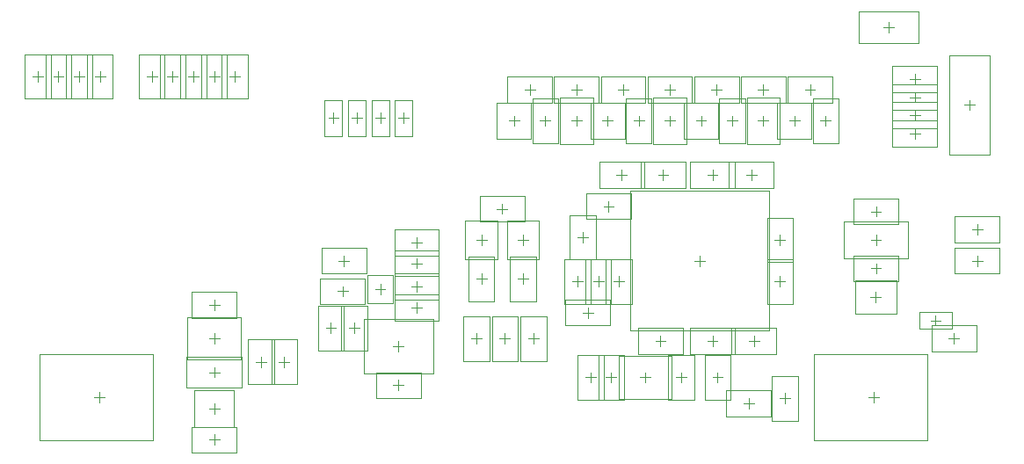
<source format=gbr>
%TF.GenerationSoftware,Altium Limited,Altium Designer,21.0.8 (223)*%
G04 Layer_Color=32768*
%FSLAX45Y45*%
%MOMM*%
%TF.SameCoordinates,7FD7D5E1-462F-4728-A759-DAD797B293AC*%
%TF.FilePolarity,Positive*%
%TF.FileFunction,Other,Mechanical_15*%
%TF.Part,Single*%
G01*
G75*
%TA.AperFunction,NonConductor*%
%ADD118C,0.10000*%
%ADD120C,0.05000*%
D118*
X2525000Y3650000D02*
X2625000D01*
X2575000Y3600000D02*
Y3700000D01*
X2325000Y3650000D02*
X2425000D01*
X2375000Y3600000D02*
Y3700000D01*
X2125000Y3650000D02*
X2225000D01*
X2175000Y3600000D02*
Y3700000D01*
X1925000Y3650000D02*
X2025000D01*
X1975000Y3600000D02*
Y3700000D01*
X1725000Y3650000D02*
X1825000D01*
X1775000Y3600000D02*
Y3700000D01*
X1225000Y3650000D02*
X1325000D01*
X1275000Y3600000D02*
Y3700000D01*
X1025000Y3650000D02*
X1125000D01*
X1075000Y3600000D02*
Y3700000D01*
X825000Y3650000D02*
X925000D01*
X875000Y3600000D02*
Y3700000D01*
X625000Y3650000D02*
X725000D01*
X675000Y3600000D02*
Y3700000D01*
X7915000Y3222500D02*
X8015000D01*
X7965000Y3172500D02*
Y3272500D01*
X7615000Y3222500D02*
X7715000D01*
X7665000Y3172500D02*
Y3272500D01*
X7015000Y3222500D02*
X7115001D01*
X7065000Y3172500D02*
Y3272500D01*
X6715000Y3222500D02*
X6815000D01*
X6765000Y3172500D02*
Y3272500D01*
X6115000Y3222500D02*
X6215001D01*
X6165000Y3172500D02*
Y3272500D01*
X5815000Y3222500D02*
X5915000D01*
X5865000Y3172500D02*
Y3272500D01*
X8065001Y3522500D02*
X8165001D01*
X8115001Y3472500D02*
Y3572500D01*
X7615001Y3522500D02*
X7715001D01*
X7665000Y3472500D02*
Y3572500D01*
X7165001Y3522500D02*
X7265001D01*
X7215001Y3472500D02*
Y3572500D01*
X6715001Y3522500D02*
X6815001D01*
X6765000Y3472500D02*
Y3572500D01*
X6265001Y3522500D02*
X6365001D01*
X6315001Y3472500D02*
Y3572500D01*
X5815001Y3522500D02*
X5915001D01*
X5865000Y3472500D02*
Y3572500D01*
X5365000Y3522500D02*
X5465000D01*
X5415000Y3472500D02*
Y3572500D01*
X5515000Y3222500D02*
X5615000D01*
X5565000Y3172500D02*
Y3272500D01*
X6415000Y3222500D02*
X6515000D01*
X6465000Y3172500D02*
Y3272500D01*
X7315000Y3222500D02*
X7415000D01*
X7365000Y3172500D02*
Y3272500D01*
X8215000Y3222500D02*
X8315000D01*
X8265000Y3172500D02*
Y3272500D01*
X7825000Y1625000D02*
Y1725000D01*
X7775000Y1675000D02*
X7875000D01*
X7825000Y2025000D02*
Y2125000D01*
X7775000Y2075000D02*
X7875000D01*
X7500000Y2700000D02*
X7600000D01*
X7550000Y2650000D02*
Y2750000D01*
X7125000Y2700000D02*
X7225000D01*
X7175000Y2650000D02*
Y2750000D01*
X6650000Y2700000D02*
X6750000D01*
X6700000Y2650000D02*
Y2750000D01*
X6250000Y2700000D02*
X6350000D01*
X6300000Y2650000D02*
Y2750000D01*
X6125000Y2400000D02*
X6225000D01*
X6175000Y2350000D02*
Y2450000D01*
X5925000Y2050000D02*
Y2150000D01*
X5875000Y2100000D02*
X5975000D01*
X6025000Y1675000D02*
X6125000D01*
X6075000Y1625000D02*
Y1725000D01*
X5875000Y1625000D02*
Y1725000D01*
X5825000Y1675000D02*
X5925000D01*
X6225000D02*
X6325000D01*
X6275000Y1625000D02*
Y1725000D01*
X5925000Y1375000D02*
X6025000D01*
X5975000Y1325000D02*
Y1425000D01*
X9125000Y3050000D02*
Y3150000D01*
X9075000Y3100000D02*
X9175000D01*
X9125000Y3225000D02*
Y3325000D01*
X9075000Y3275000D02*
X9175000D01*
X9125000Y3400000D02*
Y3500000D01*
X9075000Y3450000D02*
X9175000D01*
X9125000Y3575000D02*
Y3675000D01*
X9075000Y3625000D02*
X9175000D01*
X9725000Y1825000D02*
Y1925000D01*
X9675000Y1875000D02*
X9775000D01*
X9725000Y2125000D02*
Y2225000D01*
X9675000Y2175000D02*
X9775000D01*
X8700000Y2350000D02*
X8800000D01*
X8750000Y2300000D02*
Y2400000D01*
Y1750000D02*
Y1850000D01*
X8700000Y1800000D02*
X8800000D01*
X9325000Y1250000D02*
Y1350000D01*
X9275000Y1300000D02*
X9375000D01*
X9500000Y1075000D02*
Y1175000D01*
X9450000Y1125000D02*
X9550000D01*
X7825000Y550000D02*
X7925000D01*
X7875000Y500000D02*
Y600000D01*
X7475000Y500000D02*
X7575000D01*
X7525000Y450000D02*
Y550000D01*
Y1100000D02*
X7625000D01*
X7575000Y1050000D02*
Y1150000D01*
X7125000Y1100000D02*
X7225000D01*
X7175000Y1050000D02*
Y1150000D01*
X7225000Y700000D02*
Y800000D01*
X7175000Y750000D02*
X7275000D01*
X6875000Y700000D02*
Y800000D01*
X6825000Y750000D02*
X6925000D01*
X6625000Y1100000D02*
X6725000D01*
X6675000Y1050000D02*
Y1150000D01*
X6525000Y700000D02*
Y800000D01*
X6475000Y750000D02*
X6575000D01*
X6200000Y700000D02*
Y800000D01*
X6150000Y750000D02*
X6250000D01*
X6000000Y700000D02*
Y800000D01*
X5950000Y750000D02*
X6050000D01*
X5150000Y2325000D02*
Y2425000D01*
X5100000Y2375000D02*
X5200000D01*
X5350000Y2025000D02*
Y2125000D01*
X5300000Y2075000D02*
X5400000D01*
X4950000Y2025000D02*
Y2125000D01*
X4900000Y2075000D02*
X5000000D01*
X5350000Y1650000D02*
Y1750000D01*
X5300000Y1700000D02*
X5400000D01*
X4950000Y1650000D02*
Y1750000D01*
X4900000Y1700000D02*
X5000000D01*
X5400000Y1125000D02*
X5500000D01*
X5450000Y1075000D02*
Y1175000D01*
X5125000Y1125000D02*
X5225000D01*
X5175000Y1075000D02*
Y1175000D01*
X4850000Y1125000D02*
X4950000D01*
X4900000Y1075000D02*
Y1175000D01*
X4325000Y2000000D02*
Y2100000D01*
X4275000Y2050000D02*
X4375000D01*
X4325000Y1800000D02*
Y1900000D01*
X4275000Y1850000D02*
X4375000D01*
X4325000Y1575000D02*
Y1675000D01*
X4275000Y1625000D02*
X4375000D01*
X4325000Y1375000D02*
Y1475000D01*
X4275000Y1425000D02*
X4375000D01*
X3925000Y1600000D02*
X4025000D01*
X3975000Y1550000D02*
Y1650000D01*
X4100000Y675000D02*
X4200000D01*
X4150000Y625000D02*
Y725000D01*
X3625000Y1825000D02*
Y1925000D01*
X3575000Y1875000D02*
X3675000D01*
X3612500Y1530000D02*
Y1630000D01*
X3562500Y1580000D02*
X3662500D01*
X3675000Y1225000D02*
X3775000D01*
X3725000Y1175000D02*
Y1275000D01*
X3450000Y1225000D02*
X3550000D01*
X3500000Y1175000D02*
Y1275000D01*
X3050000Y850000D02*
Y950000D01*
X3000000Y900000D02*
X3100000D01*
X2825000Y850000D02*
Y950000D01*
X2775000Y900000D02*
X2875000D01*
X2375000Y100000D02*
Y200000D01*
X2325000Y150000D02*
X2425000D01*
X2325000Y450000D02*
X2425000D01*
X2375000Y400000D02*
Y500000D01*
Y750000D02*
Y850000D01*
X2325000Y800000D02*
X2425000D01*
X2325000Y1125000D02*
X2425000D01*
X2375000Y1075000D02*
Y1175000D01*
Y1400000D02*
Y1500000D01*
X2325000Y1450000D02*
X2425000D01*
X4150000Y3250000D02*
X4250000D01*
X4200000Y3200000D02*
Y3300000D01*
X4285000Y3077500D02*
Y3422500D01*
X4115000Y3077500D02*
Y3422500D01*
X4285000D01*
X4115000Y3077500D02*
X4285000D01*
X3925000Y3250000D02*
X4025000D01*
X3975000Y3200000D02*
Y3300000D01*
X4060000Y3077500D02*
Y3422500D01*
X3890000Y3077500D02*
Y3422500D01*
X4060000D01*
X3890000Y3077500D02*
X4060000D01*
X3699976Y3249999D02*
X3799976D01*
X3749976Y3199999D02*
Y3299999D01*
X3834976Y3077499D02*
Y3422499D01*
X3664976Y3077499D02*
Y3422499D01*
X3834976D01*
X3664976Y3077499D02*
X3834976D01*
X3475000Y3250000D02*
X3575000D01*
X3525000Y3200000D02*
Y3300000D01*
X3610000Y3077500D02*
Y3422500D01*
X3440000Y3077500D02*
Y3422500D01*
X3610000D01*
X3440000Y3077500D02*
X3610000D01*
X8730000Y508800D02*
Y608800D01*
X8680000Y558800D02*
X8780000D01*
X1270000Y508800D02*
Y608800D01*
X1220000Y558800D02*
X1320000D01*
X8700000Y2075000D02*
X8800000D01*
X8750000Y2025000D02*
Y2125000D01*
X4150000Y1000000D02*
Y1100000D01*
X4100000Y1050000D02*
X4200000D01*
X5265000Y3172500D02*
Y3272500D01*
X5215000Y3222500D02*
X5315001D01*
X7000000Y1875000D02*
X7100000D01*
X7050000Y1825000D02*
Y1925000D01*
D120*
X2700000Y3435000D02*
Y3865000D01*
X2450000Y3435000D02*
Y3865000D01*
Y3435000D02*
X2700000D01*
X2450000Y3865000D02*
X2700000D01*
X2500000Y3435000D02*
Y3865000D01*
X2250000Y3435000D02*
Y3865000D01*
Y3435000D02*
X2500000D01*
X2250000Y3865000D02*
X2500000D01*
X2050000Y3435000D02*
Y3865000D01*
X2300000Y3435000D02*
Y3865000D01*
X2050000D02*
X2300000D01*
X2050000Y3435000D02*
X2300000D01*
X1850000D02*
Y3865000D01*
X2100000Y3435000D02*
Y3865000D01*
X1850000D02*
X2100000D01*
X1850000Y3435000D02*
X2100000D01*
X1650000D02*
Y3865000D01*
X1900000Y3435000D02*
Y3865000D01*
X1650000D02*
X1900000D01*
X1650000Y3435000D02*
X1900000D01*
X1400000D02*
Y3865000D01*
X1150000Y3435000D02*
Y3865000D01*
Y3435000D02*
X1400000D01*
X1150000Y3865000D02*
X1400000D01*
X950000Y3435000D02*
Y3865000D01*
X1200000Y3435000D02*
Y3865000D01*
X950000D02*
X1200000D01*
X950000Y3435000D02*
X1200000D01*
X750000D02*
Y3865000D01*
X1000000Y3435000D02*
Y3865000D01*
X750000D02*
X1000000D01*
X750000Y3435000D02*
X1000000D01*
X800000Y3435000D02*
Y3865000D01*
X550000Y3435000D02*
Y3865000D01*
Y3435000D02*
X800000D01*
X550000Y3865000D02*
X800000D01*
X8825000Y4125000D02*
X8925000D01*
X8875000Y4075000D02*
Y4175000D01*
X8586000Y3970500D02*
Y4279500D01*
Y3970500D02*
X9164000D01*
Y4279500D01*
X8586000D02*
X9164000D01*
X7800000Y3047500D02*
Y3397500D01*
X8130001Y3047500D02*
Y3397500D01*
X7800000Y3047500D02*
X8130001D01*
X7800000Y3397500D02*
X8130001D01*
X7825000Y2997500D02*
Y3447500D01*
X7505000Y2997500D02*
Y3447500D01*
X7825000D01*
X7505000Y2997500D02*
X7825000D01*
X6900000Y3047500D02*
Y3397500D01*
X7230001Y3047500D02*
Y3397500D01*
X6900000Y3047500D02*
X7230001D01*
X6900000Y3397500D02*
X7230001D01*
X6925000Y2997500D02*
Y3447500D01*
X6605000Y2997500D02*
Y3447500D01*
X6925000D01*
X6605000Y2997500D02*
X6925000D01*
X6000000Y3047500D02*
Y3397500D01*
X6330001Y3047500D02*
Y3397500D01*
X6000000Y3047500D02*
X6330001D01*
X6000000Y3397500D02*
X6330001D01*
X5705000Y2997500D02*
Y3447500D01*
X6025000Y2997500D02*
Y3447500D01*
X5705000Y2997500D02*
X6025000D01*
X5705000Y3447500D02*
X6025000D01*
X8330001Y3397500D02*
Y3647500D01*
X7900000Y3397500D02*
Y3647500D01*
Y3397500D02*
X8330001D01*
X7900000Y3647500D02*
X8330001D01*
X7450001Y3397500D02*
Y3647500D01*
X7880000Y3397500D02*
Y3647500D01*
X7450001D02*
X7880000D01*
X7450001Y3397500D02*
X7880000D01*
X7430001D02*
Y3647500D01*
X7000000Y3397500D02*
Y3647500D01*
Y3397500D02*
X7430001D01*
X7000000Y3647500D02*
X7430001D01*
X6550001Y3397500D02*
Y3647500D01*
X6980001Y3397500D02*
Y3647500D01*
X6550001D02*
X6980001D01*
X6550001Y3397500D02*
X6980001D01*
X6530001D02*
Y3647500D01*
X6100000Y3397500D02*
Y3647500D01*
Y3397500D02*
X6530001D01*
X6100000Y3647500D02*
X6530001D01*
X5650001Y3397500D02*
Y3647500D01*
X6080001Y3397500D02*
Y3647500D01*
X5650001D02*
X6080001D01*
X5650001Y3397500D02*
X6080001D01*
X5630000D02*
Y3647500D01*
X5200000Y3397500D02*
Y3647500D01*
Y3397500D02*
X5630000D01*
X5200000Y3647500D02*
X5630000D01*
X5440000Y3007500D02*
Y3437500D01*
X5690000Y3007500D02*
Y3437500D01*
X5440000Y3007500D02*
X5690000D01*
X5440000Y3437500D02*
X5690000D01*
X6340000Y3007500D02*
Y3437500D01*
X6590000Y3007500D02*
Y3437500D01*
X6340000Y3007500D02*
X6590000D01*
X6340000Y3437500D02*
X6590000D01*
X7240000Y3007500D02*
Y3437500D01*
X7490000Y3007500D02*
Y3437500D01*
X7240000Y3007500D02*
X7490000D01*
X7240000Y3437500D02*
X7490000D01*
X8140000Y3007500D02*
Y3437500D01*
X8390000Y3007500D02*
Y3437500D01*
X8140000Y3007500D02*
X8390000D01*
X8140000Y3437500D02*
X8390000D01*
X7700000Y1890000D02*
X7950000D01*
X7700000Y1460000D02*
X7950000D01*
Y1890000D01*
X7700000Y1460000D02*
Y1890000D01*
Y1860000D02*
X7950000D01*
X7700000Y2290000D02*
X7950000D01*
X7700000Y1860000D02*
Y2290000D01*
X7950000Y1860000D02*
Y2290000D01*
X7335000Y2575000D02*
Y2825000D01*
X7765000Y2575000D02*
Y2825000D01*
X7335000D02*
X7765000D01*
X7335000Y2575000D02*
X7765000D01*
X7390000D02*
Y2825000D01*
X6960000Y2575000D02*
Y2825000D01*
Y2575000D02*
X7390000D01*
X6960000Y2825000D02*
X7390000D01*
X6915000Y2575000D02*
Y2825000D01*
X6485000Y2575000D02*
Y2825000D01*
Y2575000D02*
X6915000D01*
X6485000Y2825000D02*
X6915000D01*
X6085000Y2575000D02*
Y2825000D01*
X6515000Y2575000D02*
Y2825000D01*
X6085000D02*
X6515000D01*
X6085000Y2575000D02*
X6515000D01*
X6390000Y2275000D02*
Y2525000D01*
X5960000Y2275000D02*
Y2525000D01*
Y2275000D02*
X6390000D01*
X5960000Y2525000D02*
X6390000D01*
X5800000Y2315000D02*
X6050000D01*
X5800000Y1885000D02*
X6050000D01*
Y2315000D01*
X5800000Y1885000D02*
Y2315000D01*
X5950000Y1460000D02*
Y1890000D01*
X6200000Y1460000D02*
Y1890000D01*
X5950000Y1460000D02*
X6200000D01*
X5950000Y1890000D02*
X6200000D01*
X5750000Y1890000D02*
X6000000D01*
X5750000Y1460000D02*
X6000000D01*
Y1890000D01*
X5750000Y1460000D02*
Y1890000D01*
X6150000Y1460000D02*
Y1890000D01*
X6400000Y1460000D02*
Y1890000D01*
X6150000Y1460000D02*
X6400000D01*
X6150000Y1890000D02*
X6400000D01*
X5760000Y1250000D02*
Y1500000D01*
X6190000Y1250000D02*
Y1500000D01*
X5760000D02*
X6190000D01*
X5760000Y1250000D02*
X6190000D01*
X8910000Y3225000D02*
X9340000D01*
X8910000Y2975000D02*
X9340000D01*
X8910000D02*
Y3225000D01*
X9340000Y2975000D02*
Y3225000D01*
X8910000Y3400000D02*
X9340000D01*
X8910000Y3150000D02*
X9340000D01*
X8910000D02*
Y3400000D01*
X9340000Y3150000D02*
Y3400000D01*
X8910000Y3575000D02*
X9340000D01*
X8910000Y3325000D02*
X9340000D01*
X8910000D02*
Y3575000D01*
X9340000Y3325000D02*
Y3575000D01*
X8910000Y3750000D02*
X9340000D01*
X8910000Y3500000D02*
X9340000D01*
X8910000D02*
Y3750000D01*
X9340000Y3500000D02*
Y3750000D01*
X9600000Y3375000D02*
X9700000D01*
X9650000Y3325000D02*
Y3425000D01*
X9452500Y2895500D02*
Y3854500D01*
Y2895500D02*
X9847500D01*
Y3854500D01*
X9452500D02*
X9847500D01*
X9510000Y2000000D02*
X9940000D01*
X9510000Y1750000D02*
X9940000D01*
Y2000000D01*
X9510000Y1750000D02*
Y2000000D01*
Y2300000D02*
X9940000D01*
X9510000Y2050000D02*
X9940000D01*
Y2300000D01*
X9510000Y2050000D02*
Y2300000D01*
X8535000Y2225000D02*
Y2475000D01*
X8965000Y2225000D02*
Y2475000D01*
X8535000D02*
X8965000D01*
X8535000Y2225000D02*
X8965000D01*
X8550260Y1688540D02*
X8945260D01*
X8550260Y1364540D02*
Y1688540D01*
Y1364540D02*
X8945260D01*
Y1688540D01*
X8747760Y1476540D02*
Y1576540D01*
X8697760Y1526540D02*
X8797760D01*
X8535000Y1675000D02*
X8965000D01*
X8535000Y1925000D02*
X8965000D01*
Y1675000D02*
Y1925000D01*
X8535000Y1675000D02*
Y1925000D01*
X9478000Y1222500D02*
Y1377500D01*
X9172000Y1222500D02*
X9478000D01*
X9172000D02*
Y1377500D01*
X9478000D01*
X9285000Y1250000D02*
X9715000D01*
X9285000Y1000000D02*
X9715000D01*
X9285000D02*
Y1250000D01*
X9715000Y1000000D02*
Y1250000D01*
X7750000Y335000D02*
Y765000D01*
X8000000Y335000D02*
Y765000D01*
X7750000Y335000D02*
X8000000D01*
X7750000Y765000D02*
X8000000D01*
X7740000Y375000D02*
Y625000D01*
X7310000Y375000D02*
Y625000D01*
Y375000D02*
X7740000D01*
X7310000Y625000D02*
X7740000D01*
X7790000Y975000D02*
Y1225000D01*
X7360000Y975000D02*
Y1225000D01*
Y975000D02*
X7790000D01*
X7360000Y1225000D02*
X7790000D01*
X7390000Y975000D02*
Y1225000D01*
X6960000Y975000D02*
Y1225000D01*
Y975000D02*
X7390000D01*
X6960000Y1225000D02*
X7390000D01*
X7100000Y535000D02*
X7350000D01*
X7100000Y965000D02*
X7350000D01*
X7100000Y535000D02*
Y965000D01*
X7350000Y535000D02*
Y965000D01*
X6750000Y965000D02*
X7000000D01*
X6750000Y535000D02*
X7000000D01*
Y965000D01*
X6750000Y535000D02*
Y965000D01*
X6460000Y975000D02*
Y1225000D01*
X6890000Y975000D02*
Y1225000D01*
X6460000D02*
X6890000D01*
X6460000Y975000D02*
X6890000D01*
X6270000Y545000D02*
X6780000D01*
X6270000Y955000D02*
X6780000D01*
Y545000D02*
Y955000D01*
X6270000Y545000D02*
Y955000D01*
X6075000Y965000D02*
X6325000D01*
X6075000Y535000D02*
X6325000D01*
Y965000D01*
X6075000Y535000D02*
Y965000D01*
X5875000Y535000D02*
X6125000D01*
X5875000Y965000D02*
X6125000D01*
X5875000Y535000D02*
Y965000D01*
X6125000Y535000D02*
Y965000D01*
X4935000Y2500000D02*
X5365000D01*
X4935000Y2250000D02*
X5365000D01*
X4935000D02*
Y2500000D01*
X5365000Y2250000D02*
Y2500000D01*
X5506000Y1885000D02*
Y2265000D01*
X5194000Y1885000D02*
Y2265000D01*
Y1885000D02*
X5506000D01*
X5194000Y2265000D02*
X5506000D01*
X5106000Y1885000D02*
Y2265000D01*
X4794000Y1885000D02*
Y2265000D01*
Y1885000D02*
X5106000D01*
X4794000Y2265000D02*
X5106000D01*
X5225000Y1915000D02*
X5475000D01*
X5225000Y1485000D02*
X5475000D01*
Y1915000D01*
X5225000Y1485000D02*
Y1915000D01*
X4825000D02*
X5075000D01*
X4825000Y1485000D02*
X5075000D01*
Y1915000D01*
X4825000Y1485000D02*
Y1915000D01*
X5575000Y910000D02*
Y1340000D01*
X5325000Y910000D02*
Y1340000D01*
X5575000D01*
X5325000Y910000D02*
X5575000D01*
X5300000D02*
Y1340000D01*
X5050000Y910000D02*
Y1340000D01*
X5300000D01*
X5050000Y910000D02*
X5300000D01*
X5025000D02*
Y1340000D01*
X4775000Y910000D02*
Y1340000D01*
X5025000D01*
X4775000Y910000D02*
X5025000D01*
X4110000Y1925000D02*
X4540000D01*
X4110000Y2175000D02*
X4540000D01*
Y1925000D02*
Y2175000D01*
X4110000Y1925000D02*
Y2175000D01*
X4110000Y1725000D02*
X4540000D01*
X4110000Y1975000D02*
X4540000D01*
Y1725000D02*
Y1975000D01*
X4110000Y1725000D02*
Y1975000D01*
X4110000Y1750000D02*
X4540000D01*
X4110000Y1500000D02*
X4540000D01*
X4110000D02*
Y1750000D01*
X4540000Y1500000D02*
Y1750000D01*
X4110000Y1550000D02*
X4540000D01*
X4110000Y1300000D02*
X4540000D01*
X4110000D02*
Y1550000D01*
X4540000Y1300000D02*
Y1550000D01*
X3855000Y1462500D02*
Y1737500D01*
X4095000Y1462500D02*
Y1737500D01*
X3855000Y1462500D02*
X4095000D01*
X3855000Y1737500D02*
X4095000D01*
X4365000Y550000D02*
Y800000D01*
X3935000Y550000D02*
Y800000D01*
Y550000D02*
X4365000D01*
X3935000Y800000D02*
X4365000D01*
X3410000Y2000000D02*
X3840000D01*
X3410000Y1750000D02*
X3840000D01*
X3410000D02*
Y2000000D01*
X3840000Y1750000D02*
Y2000000D01*
X3397500Y1705000D02*
X3827500D01*
X3397500Y1455000D02*
X3827500D01*
X3397500D02*
Y1705000D01*
X3827500Y1455000D02*
Y1705000D01*
X3850000Y1010000D02*
Y1440000D01*
X3600000Y1010000D02*
Y1440000D01*
X3850000D01*
X3600000Y1010000D02*
X3850000D01*
X3625000D02*
Y1440000D01*
X3375000Y1010000D02*
Y1440000D01*
X3625000D01*
X3375000Y1010000D02*
X3625000D01*
X2925000Y1115000D02*
X3175000D01*
X2925000Y685000D02*
X3175000D01*
Y1115000D01*
X2925000Y685000D02*
Y1115000D01*
X2700000D02*
X2950000D01*
X2700000Y685000D02*
X2950000D01*
Y1115000D01*
X2700000Y685000D02*
Y1115000D01*
X2160000Y25000D02*
X2590000D01*
X2160000Y275000D02*
X2590000D01*
Y25000D02*
Y275000D01*
X2160000Y25000D02*
Y275000D01*
X2567500D02*
Y625000D01*
X2182500Y275000D02*
Y625000D01*
Y275000D02*
X2567500D01*
X2182500Y625000D02*
X2567500D01*
X2105000Y655000D02*
X2645000D01*
X2105000Y945000D02*
X2645000D01*
Y655000D02*
Y945000D01*
X2105000Y655000D02*
Y945000D01*
X2120000Y920000D02*
Y1330000D01*
X2630000Y920000D02*
Y1330000D01*
X2120000D02*
X2630000D01*
X2120000Y920000D02*
X2630000D01*
X2160000Y1575000D02*
X2590000D01*
X2160000Y1325000D02*
X2590000D01*
X2160000D02*
Y1575000D01*
X2590000Y1325000D02*
Y1575000D01*
X8155012Y143794D02*
Y973794D01*
Y143794D02*
X9247992D01*
X8155012Y973794D02*
X9247992D01*
Y143794D02*
Y973798D01*
X695012Y143794D02*
Y973794D01*
Y143794D02*
X1787992D01*
X695012Y973794D02*
X1787992D01*
Y143794D02*
Y973798D01*
X9062500Y1900000D02*
Y2250000D01*
X8437500Y1900000D02*
Y2250000D01*
Y1900000D02*
X9062500D01*
X8437500Y2250000D02*
X9062500D01*
X3815000Y1310000D02*
X4485000D01*
X3815000Y790000D02*
X4485000D01*
X3815000D02*
Y1310000D01*
X4485000Y790000D02*
Y1310000D01*
X5100000Y3397500D02*
X5430001D01*
X5100000Y3047500D02*
X5430001D01*
Y3397500D01*
X5100000Y3047500D02*
Y3397500D01*
X6380000Y1205000D02*
Y2545000D01*
X7720000Y1205000D02*
Y2545000D01*
X6380000D02*
X7720000D01*
X6380000Y1205000D02*
X7720000D01*
%TF.MD5,7e3a485dd22f06b6bb87330e4170db3f*%
M02*

</source>
